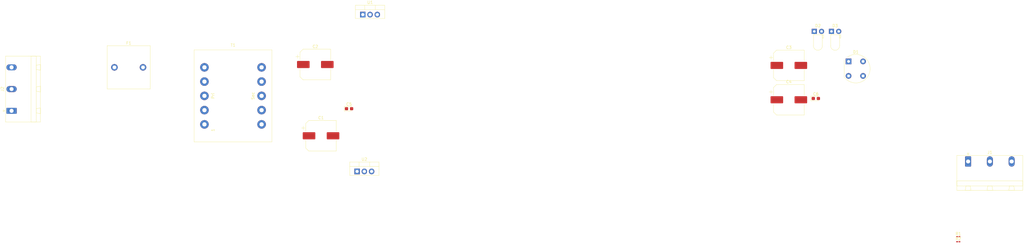
<source format=kicad_pcb>
(kicad_pcb (version 20241229) (generator "pcbnew") (generator_version "9.0")
  (layers (0 "F.Cu" signal) (2 "B.Cu" signal) (13 "F.Paste" user) (15 "B.Paste" user) (5 "F.SilkS" user "F.Silkscreen") (7 "B.SilkS" user "B.Silkscreen") (1 "F.Mask" user) (3 "B.Mask" user) (25 "Edge.Cuts" user))
  (net 0 "")
  (net 1 "/u2")
  (net 2 "GND")
  (net 3 "/u1")
  (net 4 "/d2")
  (net 5 "/d3")
  (net 6 "/T1-1")
  (net 7 "/T1-3")
  (net 8 "Net-(D2-A)")
  (net 9 "Net-(D3-A)")
  (net 10 "Net-(T1-OUT1B)")
  (net 11 "Net-(J2-Pin_3)")
  (net 12 "GNDPWR")
  (net 13 "Net-(J2-Pin_2)")
  (footprint "Package_TO_SOT_THT:TO-220-3_Vertical" (layer "F.Cu") (at 175.42 121.5)
    (property "Reference" "U2" (at 2.54 -4.27 0) (layer "F.SilkS"))
    (property "Value" "LM7812_TO220")
    (fp_line (start -2.58 -3.27) (end -2.58 1.371) (stroke (width 0.12)) (layer "F.SilkS"))
    (fp_line (start -2.58 -3.27) (end 7.66 -3.27) (stroke (width 0.12)) (layer "F.SilkS"))
    (fp_line (start -2.58 -1.76) (end 7.66 -1.76) (stroke (width 0.12)) (layer "F.SilkS"))
    (fp_line (start -2.58 1.371) (end 7.66 1.371) (stroke (width 0.12)) (layer "F.SilkS"))
    (fp_line (start 0.69 -3.27) (end 0.69 -1.76) (stroke (width 0.12)) (layer "F.SilkS"))
    (fp_line (start 4.391 -3.27) (end 4.391 -1.76) (stroke (width 0.12)) (layer "F.SilkS"))
    (fp_line (start 7.66 -3.27) (end 7.66 1.371) (stroke (width 0.12)) (layer "F.SilkS"))
    (pad "1" thru_hole rect (at 0 0) (size 1.905 2) (drill 1.1) (layers "*.Cu" "*.Mask") (net 1 "/u2"))
    (pad "2" thru_hole oval (at 2.54 0) (size 1.905 2) (drill 1.1) (layers "*.Cu" "*.Mask") (net 2 "GND"))
    (pad "3" thru_hole oval (at 5.08 0) (size 1.905 2) (drill 1.1) (layers "*.Cu" "*.Mask") (net 5 "/d3"))
  )
  (footprint "Capacitor_Tantalum_SMD:CP_EIA-2012-15_AVX-P" (layer "F.Cu") (at 172.61 99.5)
    (property "Reference" "C5" (at 0 -1.58 0) (layer "F.SilkS"))
    (property "Value" "0.1uF")
    (fp_line (start -1.72 -0.805) (end -1.72 0.805) (stroke (width 0.12)) (layer "F.SilkS"))
    (fp_line (start -1.72 0.805) (end 1 0.805) (stroke (width 0.12)) (layer "F.SilkS"))
    (fp_line (start 1 -0.805) (end -1.72 -0.805) (stroke (width 0.12)) (layer "F.SilkS"))
    (pad "1" smd roundrect (at -0.89 0) (size 1.14 1.09) (layers "F.Cu" "F.Mask" "F.Paste") (roundrect_rratio 0.229358) (net 4 "/d2"))
    (pad "2" smd roundrect (at 0.89 0) (size 1.14 1.09) (layers "F.Cu" "F.Mask" "F.Paste") (roundrect_rratio 0.229358) (net 2 "GND"))
  )
  (footprint "Capacitor_SMD:CP_Elec_10x14.3" (layer "F.Cu") (at 162.8 109)
    (property "Reference" "C1" (at 0 -6.3 0) (layer "F.SilkS"))
    (property "Value" "2200uF/25V")
    (fp_line (start -6.85 -2.76) (end -5.6 -2.76) (stroke (width 0.12)) (layer "F.SilkS"))
    (fp_line (start -6.225 -3.385) (end -6.225 -2.135) (stroke (width 0.12)) (layer "F.SilkS"))
    (fp_line (start -5.36 -4.295563) (end -5.36 -1.51) (stroke (width 0.12)) (layer "F.SilkS"))
    (fp_line (start -5.36 -4.295563) (end -4.295563 -5.36) (stroke (width 0.12)) (layer "F.SilkS"))
    (fp_line (start -5.36 4.295563) (end -5.36 1.51) (stroke (width 0.12)) (layer "F.SilkS"))
    (fp_line (start -5.36 4.295563) (end -4.295563 5.36) (stroke (width 0.12)) (layer "F.SilkS"))
    (fp_line (start -4.295563 -5.36) (end 5.36 -5.36) (stroke (width 0.12)) (layer "F.SilkS"))
    (fp_line (start -4.295563 5.36) (end 5.36 5.36) (stroke (width 0.12)) (layer "F.SilkS"))
    (fp_line (start 5.36 -5.36) (end 5.36 -1.51) (stroke (width 0.12)) (layer "F.SilkS"))
    (fp_line (start 5.36 5.36) (end 5.36 1.51) (stroke (width 0.12)) (layer "F.SilkS"))
    (pad "1" smd roundrect (at -4.2 0) (size 4.4 2.5) (layers "F.Cu" "F.Mask" "F.Paste") (roundrect_rratio 0.1) (net 1 "/u2"))
    (pad "2" smd roundrect (at 4.2 0) (size 4.4 2.5) (layers "F.Cu" "F.Mask" "F.Paste") (roundrect_rratio 0.1) (net 2 "GND"))
  )
  (footprint "Resistor_SMD:R_0201_0603Metric_Pad0.64x0.40mm_HandSolder" (layer "F.Cu") (at 385.82 146.15)
    (property "Reference" "R2" (at 0 -1.05 0) (layer "F.SilkS"))
    (property "Value" "1.2K")
    (pad "1" smd roundrect (at -0.4075 0) (size 0.635 0.4) (layers "F.Cu" "F.Mask") (net 2 "GND"))
    (pad "2" smd roundrect (at 0.4075 0) (size 0.635 0.4) (layers "F.Cu" "F.Mask") (net 9 "Net-(D3-A)"))
  )
  (footprint "Diode_THT:Diode_Bridge_Round_D9.8mm" (layer "F.Cu") (at 347.42 82.92)
    (property "Reference" "D1" (at 2.54 -3.302 0) (layer "F.SilkS"))
    (property "Value" "W08G")
    (fp_line (start -1.524 -0.381) (end -1.524 5.461) (stroke (width 0.12)) (layer "F.SilkS"))
    (fp_arc (start -0.381 -1.524) (mid 7.479141 3.348223) (end -1.524 5.461) (stroke (width 0.12)) (layer "F.SilkS"))
    (pad "1" thru_hole rect (at 0 0) (size 2 2) (drill 1) (layers "*.Cu" "*.Mask") (net 3 "/u1"))
    (pad "2" thru_hole oval (at 0 5.08) (size 2 2) (drill 1) (layers "*.Cu" "*.Mask") (net 6 "/T1-1"))
    (pad "3" thru_hole oval (at 5.08 5.08) (size 2 2) (drill 1) (layers "*.Cu" "*.Mask") (net 1 "/u2"))
    (pad "4" thru_hole oval (at 5.08 0) (size 2 2) (drill 1) (layers "*.Cu" "*.Mask") (net 7 "/T1-3"))
  )
  (footprint "Fuse:Fuseholder_Cylinder-5x20mm_EATON_HBW_Vertical_Closed" (layer "F.Cu") (at 90.5 85)
    (property "Reference" "F1" (at 5 -8.5 0) (layer "F.SilkS"))
    (property "Value" "Fuse_Small")
    (fp_line (start -2.56 -7.56) (end 12.56 -7.56) (stroke (width 0.12)) (layer "F.SilkS"))
    (fp_line (start -2.56 7.56) (end -2.56 -7.56) (stroke (width 0.12)) (layer "F.SilkS"))
    (fp_line (start 12.56 -7.56) (end 12.56 7.56) (stroke (width 0.12)) (layer "F.SilkS"))
    (fp_line (start 12.56 7.56) (end -2.56 7.56) (stroke (width 0.12)) (layer "F.SilkS"))
    (pad "1" thru_hole circle (at 0 0) (size 2.3 2.3) (drill 1.3) (layers "*.Cu" "*.Mask") (net 11 "Net-(J2-Pin_3)"))
    (pad "2" thru_hole circle (at 10 0) (size 2.3 2.3) (drill 1.3) (layers "*.Cu" "*.Mask") (net 10 "Net-(T1-OUT1B)"))
  )
  (footprint "Package_TO_SOT_THT:TO-220-3_Vertical" (layer "F.Cu") (at 177.42 66.5)
    (property "Reference" "U1" (at 2.54 -4.27 0) (layer "F.SilkS"))
    (property "Value" "LM7812_TO220")
    (fp_line (start -2.58 -3.27) (end -2.58 1.371) (stroke (width 0.12)) (layer "F.SilkS"))
    (fp_line (start -2.58 -3.27) (end 7.66 -3.27) (stroke (width 0.12)) (layer "F.SilkS"))
    (fp_line (start -2.58 -1.76) (end 7.66 -1.76) (stroke (width 0.12)) (layer "F.SilkS"))
    (fp_line (start -2.58 1.371) (end 7.66 1.371) (stroke (width 0.12)) (layer "F.SilkS"))
    (fp_line (start 0.69 -3.27) (end 0.69 -1.76) (stroke (width 0.12)) (layer "F.SilkS"))
    (fp_line (start 4.391 -3.27) (end 4.391 -1.76) (stroke (width 0.12)) (layer "F.SilkS"))
    (fp_line (start 7.66 -3.27) (end 7.66 1.371) (stroke (width 0.12)) (layer "F.SilkS"))
    (pad "1" thru_hole rect (at 0 0) (size 1.905 2) (drill 1.1) (layers "*.Cu" "*.Mask") (net 1 "/u2"))
    (pad "2" thru_hole oval (at 2.54 0) (size 1.905 2) (drill 1.1) (layers "*.Cu" "*.Mask") (net 2 "GND"))
    (pad "3" thru_hole oval (at 5.08 0) (size 1.905 2) (drill 1.1) (layers "*.Cu" "*.Mask") (net 4 "/d2"))
  )
  (footprint "LED_THT:LED_D3.0mm_Horizontal_O1.27mm_Z10.0mm" (layer "F.Cu") (at 341.44 72.38)
    (property "Reference" "D3" (at 1.27 -1.96 0) (layer "F.SilkS"))
    (property "Value" "Green light")
    (fp_line (start -0.29 1.21) (end -0.29 5.07) (stroke (width 0.12)) (layer "F.SilkS"))
    (fp_line (start -0.29 1.21) (end 2.83 1.21) (stroke (width 0.12)) (layer "F.SilkS"))
    (fp_line (start 0 1.08) (end 0 1.08) (stroke (width 0.12)) (layer "F.SilkS"))
    (fp_line (start 0 1.08) (end 0 1.21) (stroke (width 0.12)) (layer "F.SilkS"))
    (fp_line (start 0 1.21) (end 0 1.08) (stroke (width 0.12)) (layer "F.SilkS"))
    (fp_line (start 0 1.21) (end 0 1.21) (stroke (width 0.12)) (layer "F.SilkS"))
    (fp_line (start 2.54 1.08) (end 2.54 1.08) (stroke (width 0.12)) (layer "F.SilkS"))
    (fp_line (start 2.54 1.08) (end 2.54 1.21) (stroke (width 0.12)) (layer "F.SilkS"))
    (fp_line (start 2.54 1.21) (end 2.54 1.08) (stroke (width 0.12)) (layer "F.SilkS"))
    (fp_line (start 2.54 1.21) (end 2.54 1.21) (stroke (width 0.12)) (layer "F.SilkS"))
    (fp_line (start 2.83 1.21) (end 2.83 5.07) (stroke (width 0.12)) (layer "F.SilkS"))
    (fp_line (start 2.83 1.21) (end 3.23 1.21) (stroke (width 0.12)) (layer "F.SilkS"))
    (fp_line (start 2.83 2.33) (end 2.83 1.21) (stroke (width 0.12)) (layer "F.SilkS"))
    (fp_line (start 3.23 1.21) (end 3.23 2.33) (stroke (width 0.12)) (layer "F.SilkS"))
    (fp_line (start 3.23 2.33) (end 2.83 2.33) (stroke (width 0.12)) (layer "F.SilkS"))
    (fp_arc (start 2.83 5.07) (mid 1.27 6.63) (end -0.29 5.07) (stroke (width 0.12)) (layer "F.SilkS"))
    (pad "1" thru_hole rect (at 0 0) (size 1.8 1.8) (drill 0.9) (layers "*.Cu" "*.Mask") (net 5 "/d3"))
    (pad "2" thru_hole circle (at 2.54 0) (size 1.8 1.8) (drill 0.9) (layers "*.Cu" "*.Mask") (net 9 "Net-(D3-A)"))
  )
  (footprint "Capacitor_Tantalum_SMD:CP_EIA-2012-15_AVX-P" (layer "F.Cu") (at 335.975 95.92)
    (property "Reference" "C6" (at 0 -1.58 0) (layer "F.SilkS"))
    (property "Value" "0.1uF")
    (fp_line (start -1.72 -0.805) (end -1.72 0.805) (stroke (width 0.12)) (layer "F.SilkS"))
    (fp_line (start -1.72 0.805) (end 1 0.805) (stroke (width 0.12)) (layer "F.SilkS"))
    (fp_line (start 1 -0.805) (end -1.72 -0.805) (stroke (width 0.12)) (layer "F.SilkS"))
    (pad "1" smd roundrect (at -0.89 0) (size 1.14 1.09) (layers "F.Cu" "F.Mask" "F.Paste") (roundrect_rratio 0.229358) (net 5 "/d3"))
    (pad "2" smd roundrect (at 0.89 0) (size 1.14 1.09) (layers "F.Cu" "F.Mask" "F.Paste") (roundrect_rratio 0.229358) (net 2 "GND"))
  )
  (footprint "Capacitor_SMD:CP_Elec_10x14.3" (layer "F.Cu") (at 326.525 84.32)
    (property "Reference" "C3" (at 0 -6.3 0) (layer "F.SilkS"))
    (property "Value" "47uF/25V")
    (fp_line (start -6.85 -2.76) (end -5.6 -2.76) (stroke (width 0.12)) (layer "F.SilkS"))
    (fp_line (start -6.225 -3.385) (end -6.225 -2.135) (stroke (width 0.12)) (layer "F.SilkS"))
    (fp_line (start -5.36 -4.295563) (end -5.36 -1.51) (stroke (width 0.12)) (layer "F.SilkS"))
    (fp_line (start -5.36 -4.295563) (end -4.295563 -5.36) (stroke (width 0.12)) (layer "F.SilkS"))
    (fp_line (start -5.36 4.295563) (end -5.36 1.51) (stroke (width 0.12)) (layer "F.SilkS"))
    (fp_line (start -5.36 4.295563) (end -4.295563 5.36) (stroke (width 0.12)) (layer "F.SilkS"))
    (fp_line (start -4.295563 -5.36) (end 5.36 -5.36) (stroke (width 0.12)) (layer "F.SilkS"))
    (fp_line (start -4.295563 5.36) (end 5.36 5.36) (stroke (width 0.12)) (layer "F.SilkS"))
    (fp_line (start 5.36 -5.36) (end 5.36 -1.51) (stroke (width 0.12)) (layer "F.SilkS"))
    (fp_line (start 5.36 5.36) (end 5.36 1.51) (stroke (width 0.12)) (layer "F.SilkS"))
    (pad "1" smd roundrect (at -4.2 0) (size 4.4 2.5) (layers "F.Cu" "F.Mask" "F.Paste") (roundrect_rratio 0.1) (net 4 "/d2"))
    (pad "2" smd roundrect (at 4.2 0) (size 4.4 2.5) (layers "F.Cu" "F.Mask" "F.Paste") (roundrect_rratio 0.1) (net 2 "GND"))
  )
  (footprint "Resistor_SMD:R_0201_0603Metric_Pad0.64x0.40mm_HandSolder" (layer "F.Cu") (at 385.82 144.4)
    (property "Reference" "R1" (at 0 -1.05 0) (layer "F.SilkS"))
    (property "Value" "1.2K")
    (pad "1" smd roundrect (at -0.4075 0) (size 0.635 0.4) (layers "F.Cu" "F.Mask") (net 4 "/d2"))
    (pad "2" smd roundrect (at 0.4075 0) (size 0.635 0.4) (layers "F.Cu" "F.Mask") (net 8 "Net-(D2-A)"))
  )
  (footprint "Capacitor_SMD:CP_Elec_10x14.3" (layer "F.Cu") (at 160.8 84)
    (property "Reference" "C2" (at 0 -6.3 0) (layer "F.SilkS"))
    (property "Value" "2200uF/25V")
    (fp_line (start -6.85 -2.76) (end -5.6 -2.76) (stroke (width 0.12)) (layer "F.SilkS"))
    (fp_line (start -6.225 -3.385) (end -6.225 -2.135) (stroke (width 0.12)) (layer "F.SilkS"))
    (fp_line (start -5.36 -4.295563) (end -5.36 -1.51) (stroke (width 0.12)) (layer "F.SilkS"))
    (fp_line (start -5.36 -4.295563) (end -4.295563 -5.36) (stroke (width 0.12)) (layer "F.SilkS"))
    (fp_line (start -5.36 4.295563) (end -5.36 1.51) (stroke (width 0.12)) (layer "F.SilkS"))
    (fp_line (start -5.36 4.295563) (end -4.295563 5.36) (stroke (width 0.12)) (layer "F.SilkS"))
    (fp_line (start -4.295563 -5.36) (end 5.36 -5.36) (stroke (width 0.12)) (layer "F.SilkS"))
    (fp_line (start -4.295563 5.36) (end 5.36 5.36) (stroke (width 0.12)) (layer "F.SilkS"))
    (fp_line (start 5.36 -5.36) (end 5.36 -1.51) (stroke (width 0.12)) (layer "F.SilkS"))
    (fp_line (start 5.36 5.36) (end 5.36 1.51) (stroke (width 0.12)) (layer "F.SilkS"))
    (pad "1" smd roundrect (at -4.2 0) (size 4.4 2.5) (layers "F.Cu" "F.Mask" "F.Paste") (roundrect_rratio 0.1) (net 3 "/u1"))
    (pad "2" smd roundrect (at 4.2 0) (size 4.4 2.5) (layers "F.Cu" "F.Mask" "F.Paste") (roundrect_rratio 0.1) (net 2 "GND"))
  )
  (footprint "Connector_Phoenix_GMSTB:PhoenixContact_GMSTBA_2,5_3-G-7,62_1x03_P7.62mm_Horizontal" (layer "F.Cu") (at 54.5 100.24 90)
    (property "Reference" "J2" (at 7.62 -3.2 90) (layer "F.SilkS"))
    (property "Value" "Conn_01x03")
    (fp_line (start 0.3 -2.91) (end 0 -2.31) (stroke (width 0.12)) (layer "F.SilkS"))
    (fp_line (start -0.3 -2.91) (end 0.3 -2.91) (stroke (width 0.12)) (layer "F.SilkS"))
    (fp_line (start 0 -2.31) (end -0.3 -2.91) (stroke (width 0.12)) (layer "F.SilkS"))
    (fp_line (start 19.16 -2.11) (end -3.92 -2.11) (stroke (width 0.12)) (layer "F.SilkS"))
    (fp_line (start -3.92 -2.11) (end -3.92 10.11) (stroke (width 0.12)) (layer "F.SilkS"))
    (fp_line (start 19.16 6.81) (end 19.16 8.61) (stroke (width 0.12)) (layer "F.SilkS"))
    (fp_line (start -3.92 6.81) (end 19.16 6.81) (stroke (width 0.12)) (layer "F.SilkS"))
    (fp_line (start 19.16 8.61) (end -3.92 8.61) (stroke (width 0.12)) (layer "F.SilkS"))
    (fp_line (start 15.99 8.61) (end 14.49 8.61) (stroke (width 0.12)) (layer "F.SilkS"))
    (fp_line (start 14.49 8.61) (end 14.24 10.11) (stroke (width 0.12)) (layer "F.SilkS"))
    (fp_line (start 8.37 8.61) (end 6.87 8.61) (stroke (width 0.12)) (layer "F.SilkS"))
    (fp_line (start 6.87 8.61) (end 6.62 10.11) (stroke (width 0.12)) (layer "F.SilkS"))
    (fp_line (start 0.75 8.61) (end -0.75 8.61) (stroke (width 0.12)) (layer "F.SilkS"))
    (fp_line (start -0.75 8.61) (end -1 10.11) (stroke (width 0.12)) (layer "F.SilkS"))
    (fp_line (start -3.92 8.61) (end -3.92 6.81) (stroke (width 0.12)) (layer "F.SilkS"))
    (fp_line (start 19.16 10.11) (end 19.16 -2.11) (stroke (width 0.12)) (layer "F.SilkS"))
    (fp_line (start 16.24 10.11) (end 15.99 8.61) (stroke (width 0.12)) (layer "F.SilkS"))
    (fp_line (start 14.24 10.11) (end 16.24 10.11) (stroke (width 0.12)) (layer "F.SilkS"))
    (fp_line (start 8.62 10.11) (end 8.37 8.61) (stroke (width 0.12)) (layer "F.SilkS"))
    (fp_line (start 6.62 10.11) (end 8.62 10.11) (stroke (width 0.12)) (layer "F.SilkS"))
    (fp_line (start 1 10.11) (end 0.75 8.61) (stroke (width 0.12)) (layer "F.SilkS"))
    (fp_line (start -1 10.11) (end 1 10.11) (stroke (width 0.12)) (layer "F.SilkS"))
    (fp_line (start -3.92 10.11) (end 19.16 10.11) (stroke (width 0.12)) (layer "F.SilkS"))
    (pad "1" thru_hole roundrect (at 0 0 90) (size 2.1 3.6) (drill 1.4) (layers "*.Cu" "*.Mask") (roundrect_rratio 0.119048) (net 12 "GNDPWR"))
    (pad "2" thru_hole oval (at 7.62 0 90) (size 2.1 3.6) (drill 1.4) (layers "*.Cu" "*.Mask") (net 13 "Net-(J2-Pin_2)"))
    (pad "3" thru_hole oval (at 15.24 0 90) (size 2.1 3.6) (drill 1.4) (layers "*.Cu" "*.Mask") (net 11 "Net-(J2-Pin_3)"))
  )
  (footprint "LED_THT:LED_D3.0mm_Horizontal_O1.27mm_Z10.0mm" (layer "F.Cu") (at 335.43 72.38)
    (property "Reference" "D2" (at 1.27 -1.96 0) (layer "F.SilkS"))
    (property "Value" "red light")
    (fp_line (start -0.29 1.21) (end -0.29 5.07) (stroke (width 0.12)) (layer "F.SilkS"))
    (fp_line (start -0.29 1.21) (end 2.83 1.21) (stroke (width 0.12)) (layer "F.SilkS"))
    (fp_line (start 0 1.08) (end 0 1.08) (stroke (width 0.12)) (layer "F.SilkS"))
    (fp_line (start 0 1.08) (end 0 1.21) (stroke (width 0.12)) (layer "F.SilkS"))
    (fp_line (start 0 1.21) (end 0 1.08) (stroke (width 0.12)) (layer "F.SilkS"))
    (fp_line (start 0 1.21) (end 0 1.21) (stroke (width 0.12)) (layer "F.SilkS"))
    (fp_line (start 2.54 1.08) (end 2.54 1.08) (stroke (width 0.12)) (layer "F.SilkS"))
    (fp_line (start 2.54 1.08) (end 2.54 1.21) (stroke (width 0.12)) (layer "F.SilkS"))
    (fp_line (start 2.54 1.21) (end 2.54 1.08) (stroke (width 0.12)) (layer "F.SilkS"))
    (fp_line (start 2.54 1.21) (end 2.54 1.21) (stroke (width 0.12)) (layer "F.SilkS"))
    (fp_line (start 2.83 1.21) (end 2.83 5.07) (stroke (width 0.12)) (layer "F.SilkS"))
    (fp_line (start 2.83 1.21) (end 3.23 1.21) (stroke (width 0.12)) (layer "F.SilkS"))
    (fp_line (start 2.83 2.33) (end 2.83 1.21) (stroke (width 0.12)) (layer "F.SilkS"))
    (fp_line (start 3.23 1.21) (end 3.23 2.33) (stroke (width 0.12)) (layer "F.SilkS"))
    (fp_line (start 3.23 2.33) (end 2.83 2.33) (stroke (width 0.12)) (layer "F.SilkS"))
    (fp_arc (start 2.83 5.07) (mid 1.27 6.63) (end -0.29 5.07) (stroke (width 0.12)) (layer "F.SilkS"))
    (pad "1" thru_hole rect (at 0 0) (size 1.8 1.8) (drill 0.9) (layers "*.Cu" "*.Mask") (net 2 "GND"))
    (pad "2" thru_hole circle (at 2.54 0) (size 1.8 1.8) (drill 0.9) (layers "*.Cu" "*.Mask") (net 8 "Net-(D2-A)"))
  )
  (footprint "Transformer_THT:Transformer_CHK_EI30-2VA_1xSec" (layer "F.Cu") (at 122 105)
    (property "Reference" "T1" (at 10 -27.78 0) (layer "F.SilkS"))
    (property "Value" "Transformer_SP_2S")
    (fp_line (start -3.62 -26.12) (end -3.62 6.12) (stroke (width 0.12)) (layer "F.SilkS"))
    (fp_line (start -3.62 -26.12) (end 23.62 -26.12) (stroke (width 0.12)) (layer "F.SilkS"))
    (fp_line (start 23.62 6.12) (end -3.62 6.12) (stroke (width 0.12)) (layer "F.SilkS"))
    (fp_line (start 23.62 6.12) (end 23.62 -26.12) (stroke (width 0.12)) (layer "F.SilkS"))
    (fp_text user "1" (at 3 2 90) (layer "F.SilkS"))
    (fp_text user "Sec" (at 17 -10 90) (layer "F.SilkS"))
    (fp_text user "Pri" (at 3 -10 90) (layer "F.SilkS"))
    (pad "1" thru_hole circle (at 0 0) (size 3 3) (drill 1.5) (layers "*.Cu" "*.Mask") (net 6 "/T1-1"))
    (pad "2" thru_hole circle (at 0 -5) (size 3 3) (drill 1.5) (layers "*.Cu" "*.Mask") (net 2 "GND"))
    (pad "3" thru_hole circle (at 0 -10) (size 3 3) (drill 1.5) (layers "*.Cu" "*.Mask") (net 7 "/T1-3"))
    (pad "4" thru_hole circle (at 0 -15) (size 3 3) (drill 1.5) (layers "*.Cu" "*.Mask") (net 13 "Net-(J2-Pin_2)"))
    (pad "5" thru_hole circle (at 0 -20) (size 3 3) (drill 1.5) (layers "*.Cu" "*.Mask") (net 10 "Net-(T1-OUT1B)"))
    (pad "6" thru_hole circle (at 20 -20) (size 3 3) (drill 1.5) (layers "*.Cu" "*.Mask") (net 13 "Net-(J2-Pin_2)"))
    (pad "7" thru_hole circle (at 20 -15) (size 3 3) (drill 1.5) (layers "*.Cu" "*.Mask") (net 10 "Net-(T1-OUT1B)"))
    (pad "8" thru_hole circle (at 20 -10) (size 3 3) (drill 1.5) (layers "*.Cu" "*.Mask"))
    (pad "9" thru_hole circle (at 20 -5) (size 3 3) (drill 1.5) (layers "*.Cu" "*.Mask"))
    (pad "10" thru_hole circle (at 20 0) (size 3 3) (drill 1.5) (layers "*.Cu" "*.Mask"))
  )
  (footprint "Connector_Phoenix_GMSTB:PhoenixContact_GMSTBA_2,5_3-G-7,62_1x03_P7.62mm_Horizontal" (layer "F.Cu") (at 389.26 118.005)
    (property "Reference" "J1" (at 7.62 -3.2 0) (layer "F.SilkS"))
    (property "Value" "Conn_01x03")
    (fp_line (start -3.92 -2.11) (end -3.92 10.11) (stroke (width 0.12)) (layer "F.SilkS"))
    (fp_line (start -3.92 6.81) (end 19.16 6.81) (stroke (width 0.12)) (layer "F.SilkS"))
    (fp_line (start -3.92 8.61) (end -3.92 6.81) (stroke (width 0.12)) (layer "F.SilkS"))
    (fp_line (start -3.92 10.11) (end 19.16 10.11) (stroke (width 0.12)) (layer "F.SilkS"))
    (fp_line (start -1 10.11) (end 1 10.11) (stroke (width 0.12)) (layer "F.SilkS"))
    (fp_line (start -0.75 8.61) (end -1 10.11) (stroke (width 0.12)) (layer "F.SilkS"))
    (fp_line (start -0.3 -2.91) (end 0.3 -2.91) (stroke (width 0.12)) (layer "F.SilkS"))
    (fp_line (start 0 -2.31) (end -0.3 -2.91) (stroke (width 0.12)) (layer "F.SilkS"))
    (fp_line (start 0.3 -2.91) (end 0 -2.31) (stroke (width 0.12)) (layer "F.SilkS"))
    (fp_line (start 0.75 8.61) (end -0.75 8.61) (stroke (width 0.12)) (layer "F.SilkS"))
    (fp_line (start 1 10.11) (end 0.75 8.61) (stroke (width 0.12)) (layer "F.SilkS"))
    (fp_line (start 6.62 10.11) (end 8.62 10.11) (stroke (width 0.12)) (layer "F.SilkS"))
    (fp_line (start 6.87 8.61) (end 6.62 10.11) (stroke (width 0.12)) (layer "F.SilkS"))
    (fp_line (start 8.37 8.61) (end 6.87 8.61) (stroke (width 0.12)) (layer "F.SilkS"))
    (fp_line (start 8.62 10.11) (end 8.37 8.61) (stroke (width 0.12)) (layer "F.SilkS"))
    (fp_line (start 14.24 10.11) (end 16.24 10.11) (stroke (width 0.12)) (layer "F.SilkS"))
    (fp_line (start 14.49 8.61) (end 14.24 10.11) (stroke (width 0.12)) (layer "F.SilkS"))
    (fp_line (start 15.99 8.61) (end 14.49 8.61) (stroke (width 0.12)) (layer "F.SilkS"))
    (fp_line (start 16.24 10.11) (end 15.99 8.61) (stroke (width 0.12)) (layer "F.SilkS"))
    (fp_line (start 19.16 -2.11) (end -3.92 -2.11) (stroke (width 0.12)) (layer "F.SilkS"))
    (fp_line (start 19.16 6.81) (end 19.16 8.61) (stroke (width 0.12)) (layer "F.SilkS"))
    (fp_line (start 19.16 8.61) (end -3.92 8.61) (stroke (width 0.12)) (layer "F.SilkS"))
    (fp_line (start 19.16 10.11) (end 19.16 -2.11) (stroke (width 0.12)) (layer "F.SilkS"))
    (pad "1" thru_hole roundrect (at 0 0) (size 2.1 3.6) (drill 1.4) (layers "*.Cu" "*.Mask") (roundrect_rratio 0.119048) (net 4 "/d2"))
    (pad "2" thru_hole oval (at 7.62 0) (size 2.1 3.6) (drill 1.4) (layers "*.Cu" "*.Mask") (net 2 "GND"))
    (pad "3" thru_hole oval (at 15.24 0) (size 2.1 3.6) (drill 1.4) (layers "*.Cu" "*.Mask") (net 5 "/d3"))
  )
  (footprint "Capacitor_SMD:CP_Elec_10x14.3" (layer "F.Cu") (at 326.525 96.37)
    (property "Reference" "C4" (at 0 -6.3 0) (layer "F.SilkS"))
    (property "Value" "47uF/25V")
    (fp_line (start -6.85 -2.76) (end -5.6 -2.76) (stroke (width 0.12)) (layer "F.SilkS"))
    (fp_line (start -6.225 -3.385) (end -6.225 -2.135) (stroke (width 0.12)) (layer "F.SilkS"))
    (fp_line (start -5.36 -4.295563) (end -5.36 -1.51) (stroke (width 0.12)) (layer "F.SilkS"))
    (fp_line (start -5.36 -4.295563) (end -4.295563 -5.36) (stroke (width 0.12)) (layer "F.SilkS"))
    (fp_line (start -5.36 4.295563) (end -5.36 1.51) (stroke (width 0.12)) (layer "F.SilkS"))
    (fp_line (start -5.36 4.295563) (end -4.295563 5.36) (stroke (width 0.12)) (layer "F.SilkS"))
    (fp_line (start -4.295563 -5.36) (end 5.36 -5.36) (stroke (width 0.12)) (layer "F.SilkS"))
    (fp_line (start -4.295563 5.36) (end 5.36 5.36) (stroke (width 0.12)) (layer "F.SilkS"))
    (fp_line (start 5.36 -5.36) (end 5.36 -1.51) (stroke (width 0.12)) (layer "F.SilkS"))
    (fp_line (start 5.36 5.36) (end 5.36 1.51) (stroke (width 0.12)) (layer "F.SilkS"))
    (pad "1" smd roundrect (at -4.2 0) (size 4.4 2.5) (layers "F.Cu" "F.Mask" "F.Paste") (roundrect_rratio 0.1) (net 5 "/d3"))
    (pad "2" smd roundrect (at 4.2 0) (size 4.4 2.5) (layers "F.Cu" "F.Mask" "F.Paste") (roundrect_rratio 0.1) (net 2 "GND"))
  )
)
</source>
